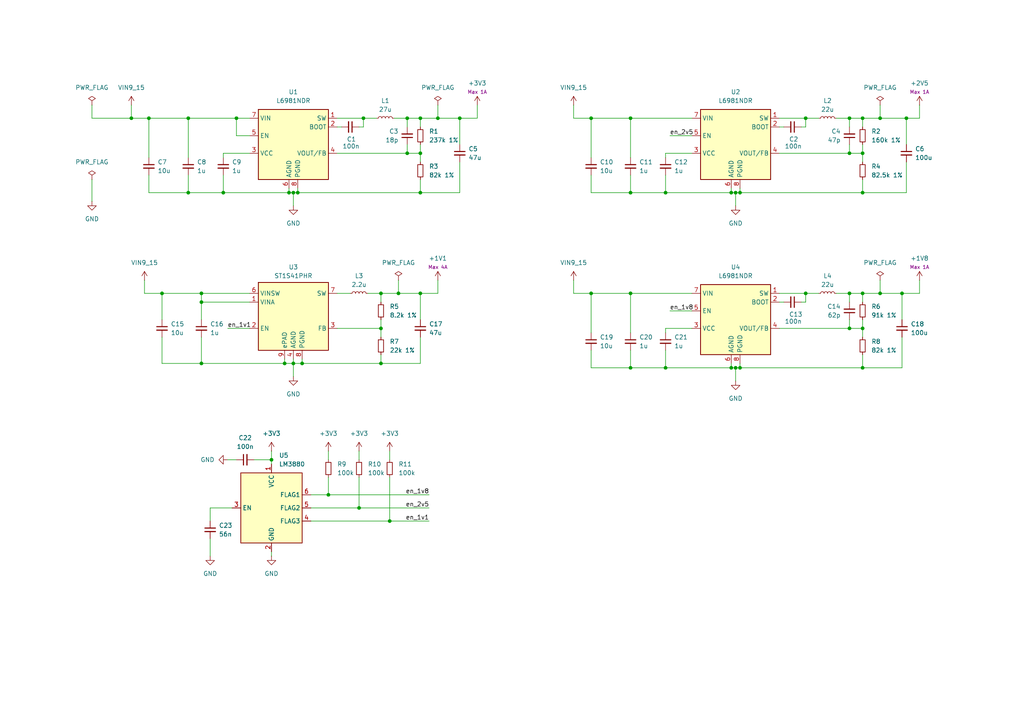
<source format=kicad_sch>
(kicad_sch (version 20250114) (generator "eeschema") (generator_version "9.0")
  (paper "A4")
  (title_block (title "${Project Designation}") (date "2024-06-30") (rev "${Revision}") (comment 1 "${Project Title}") (comment 2 "POWER") (comment 3 "${Part Number}"))
  (lib_symbols
    (symbol "Device:C_Small" (pin_numbers (hide yes)) (pin_names (offset 0.254) (hide yes))
      (property "Reference" "C" (at 0.254 1.778 0))
      (property "Value" "C_Small" (at 0.254 -2.032 0))
      (symbol "C_Small_0_1"
        (polyline (pts (xy -1.524 0.508) (xy 1.524 0.508)) (stroke (width 0.3048)))
        (polyline (pts (xy -1.524 -0.508) (xy 1.524 -0.508)) (stroke (width 0.3302)))
      )
      (symbol "C_Small_1_1"
        (pin passive line (at 0 2.54 270) (length 2.032) (name "~") (number "1"))
        (pin passive line (at 0 -2.54 90) (length 2.032) (name "~") (number "2"))
      )
    )
    (symbol "Device:L_Small" (pin_numbers (hide yes)) (pin_names (offset 0.254) (hide yes))
      (property "Reference" "L" (at 0.762 1.016 0))
      (property "Value" "L_Small" (at 0.762 -1.016 0))
      (symbol "L_Small_0_1"
        (arc (start 0 2.032) (mid 0.5058 1.524) (end 0 1.016))
        (arc (start 0 1.016) (mid 0.5058 0.508) (end 0 0))
        (arc (start 0 0) (mid 0.5058 -0.508) (end 0 -1.016))
        (arc (start 0 -1.016) (mid 0.5058 -1.524) (end 0 -2.032))
      )
      (symbol "L_Small_1_1"
        (pin passive line (at 0 2.54 270) (length 0.508) (name "~") (number "1"))
        (pin passive line (at 0 -2.54 90) (length 0.508) (name "~") (number "2"))
      )
    )
    (symbol "Device:R_Small" (pin_numbers (hide yes)) (pin_names (offset 0.254) (hide yes))
      (property "Reference" "R" (at 0.762 0.508 0))
      (property "Value" "R_Small" (at 0.762 -1.016 0))
      (symbol "R_Small_0_1"
        (rectangle (start -0.762 1.778) (end 0.762 -1.778) (stroke (width 0.2032)))
      )
      (symbol "R_Small_1_1"
        (pin passive line (at 0 2.54 270) (length 0.762) (name "~") (number "1"))
        (pin passive line (at 0 -2.54 90) (length 0.762) (name "~") (number "2"))
      )
    )
    (symbol "ECAP5-BSOM:L6981NDR"
      (property "Reference" "U" (at -10.16 8.89 0))
      (property "Value" "L6981NDR" (at 0.254 8.89 0))
      (symbol "L6981NDR_0_1"
        (rectangle (start -10.16 7.62) (end 10.16 -12.7) (stroke (width 0.254)) (fill (type background)))
      )
      (symbol "L6981NDR_1_1"
        (pin power_in line (at -12.7 5.08 0) (length 2.54) (name "VIN") (number "7"))
        (pin input line (at -12.7 0 0) (length 2.54) (name "EN") (number "5"))
        (pin passive line (at -12.7 -5.08 0) (length 2.54) (name "VCC") (number "3"))
        (pin power_in line (at -1.27 -15.24 90) (length 2.54) (name "AGND") (number "6"))
        (pin power_in line (at 1.27 -15.24 90) (length 2.54) (name "PGND") (number "8"))
        (pin output line (at 12.7 5.08 180) (length 2.54) (name "SW") (number "1"))
        (pin output line (at 12.7 2.54 180) (length 2.54) (name "BOOT") (number "2"))
        (pin input line (at 12.7 -5.08 180) (length 2.54) (name "VOUT/FB") (number "4"))
      )
    )
    (symbol "ECAP5-BSOM:LM3880"
      (property "Reference" "U" (at -8.89 11.43 0))
      (property "Value" "LM3880" (at 1.524 11.43 0))
      (symbol "LM3880_0_1"
        (rectangle (start -8.89 10.16) (end 8.89 -10.16) (stroke (width 0.254)) (fill (type background)))
      )
      (symbol "LM3880_1_1"
        (pin input line (at -11.43 0 0) (length 2.54) (name "EN") (number "3"))
        (pin power_in line (at 0 12.7 270) (length 2.54) (name "VCC") (number "1"))
        (pin power_in line (at 0 -12.7 90) (length 2.54) (name "GND") (number "2"))
        (pin output line (at 11.43 3.81 180) (length 2.54) (name "FLAG1") (number "6"))
        (pin output line (at 11.43 0 180) (length 2.54) (name "FLAG2") (number "5"))
        (pin output line (at 11.43 -3.81 180) (length 2.54) (name "FLAG3") (number "4"))
      )
    )
    (symbol "ECAP5-BSOM:ST1S41PHR"
      (property "Reference" "U" (at -10.16 5.715 0))
      (property "Value" "ST1S41PHR" (at -0.635 5.715 0))
      (symbol "ST1S41PHR_0_1"
        (rectangle (start -10.16 4.445) (end 10.16 -15.24) (stroke (width 0.254)) (fill (type background)))
      )
      (symbol "ST1S41PHR_1_0"
        (pin no_connect line (at 7.62 -17.78 90) (length 2.54) (hide yes) (name "NC") (number "5"))
      )
      (symbol "ST1S41PHR_1_1"
        (pin power_in line (at -12.7 1.27 0) (length 2.54) (name "VINSW") (number "6"))
        (pin power_in line (at -12.7 -1.27 0) (length 2.54) (name "VINA") (number "1"))
        (pin input line (at -12.7 -8.89 0) (length 2.54) (name "EN") (number "2"))
        (pin power_in line (at -2.54 -17.78 90) (length 2.54) (name "ePAD") (number "9"))
        (pin power_in line (at 0 -17.78 90) (length 2.54) (name "AGND") (number "4"))
        (pin power_in line (at 2.54 -17.78 90) (length 2.54) (name "PGND") (number "8"))
        (pin output line (at 12.7 1.27 180) (length 2.54) (name "SW") (number "7"))
        (pin input line (at 12.7 -8.89 180) (length 2.54) (name "FB") (number "3"))
      )
    )
    (symbol "ECAP5-BSOM:VIN9_15" (power) (pin_numbers (hide yes)) (pin_names (offset 0) (hide yes))
      (property "Value" "VIN9_15" (at 0 3.556 0))
      (symbol "VIN9_15_0_1"
        (polyline (pts (xy -0.762 1.27) (xy 0 2.54)))
        (polyline (pts (xy 0 2.54) (xy 0.762 1.27)))
        (polyline (pts (xy 0 0) (xy 0 2.54)))
      )
      (symbol "VIN9_15_1_1"
        (pin power_in line (at 0 0 90) (length 0) (name "~") (number "1"))
      )
    )
    (symbol "power:+1V1" (power) (pin_numbers (hide yes)) (pin_names (offset 0) (hide yes))
      (property "Value" "+1V1" (at 0 3.556 0))
      (symbol "+1V1_0_1"
        (polyline (pts (xy -0.762 1.27) (xy 0 2.54)))
        (polyline (pts (xy 0 2.54) (xy 0.762 1.27)))
        (polyline (pts (xy 0 0) (xy 0 2.54)))
      )
      (symbol "+1V1_1_1"
        (pin power_in line (at 0 0 90) (length 0) (name "~") (number "1"))
      )
    )
    (symbol "power:+1V8" (power) (pin_numbers (hide yes)) (pin_names (offset 0) (hide yes))
      (property "Value" "+1V8" (at 0 3.556 0))
      (symbol "+1V8_0_1"
        (polyline (pts (xy -0.762 1.27) (xy 0 2.54)))
        (polyline (pts (xy 0 2.54) (xy 0.762 1.27)))
        (polyline (pts (xy 0 0) (xy 0 2.54)))
      )
      (symbol "+1V8_1_1"
        (pin power_in line (at 0 0 90) (length 0) (name "~") (number "1"))
      )
    )
    (symbol "power:+2V5" (power) (pin_numbers (hide yes)) (pin_names (offset 0) (hide yes))
      (property "Value" "+2V5" (at 0 3.556 0))
      (symbol "+2V5_0_1"
        (polyline (pts (xy -0.762 1.27) (xy 0 2.54)))
        (polyline (pts (xy 0 2.54) (xy 0.762 1.27)))
        (polyline (pts (xy 0 0) (xy 0 2.54)))
      )
      (symbol "+2V5_1_1"
        (pin power_in line (at 0 0 90) (length 0) (name "~") (number "1"))
      )
    )
    (symbol "power:+3V3" (power) (pin_numbers (hide yes)) (pin_names (offset 0) (hide yes))
      (property "Value" "+3V3" (at 0 3.556 0))
      (symbol "+3V3_0_1"
        (polyline (pts (xy -0.762 1.27) (xy 0 2.54)))
        (polyline (pts (xy 0 2.54) (xy 0.762 1.27)))
        (polyline (pts (xy 0 0) (xy 0 2.54)))
      )
      (symbol "+3V3_1_1"
        (pin power_in line (at 0 0 90) (length 0) (name "~") (number "1"))
      )
    )
    (symbol "power:GND" (power) (pin_numbers (hide yes)) (pin_names (offset 0) (hide yes))
      (property "Value" "GND" (at 0 -3.81 0))
      (symbol "GND_0_1"
        (polyline (pts (xy 0 0) (xy 0 -1.27) (xy 1.27 -1.27) (xy 0 -2.54) (xy -1.27 -1.27) (xy 0 -1.27)))
      )
      (symbol "GND_1_1"
        (pin power_in line (at 0 0 270) (length 0) (name "~") (number "1"))
      )
    )
    (symbol "power:PWR_FLAG" (power) (pin_numbers (hide yes)) (pin_names (offset 0) (hide yes))
      (property "Value" "PWR_FLAG" (at 0 3.81 0))
      (symbol "PWR_FLAG_0_0"
        (pin power_out line (at 0 0 90) (length 0) (name "~") (number "1"))
      )
      (symbol "PWR_FLAG_0_1"
        (polyline (pts (xy 0 0) (xy 0 1.27) (xy -1.016 1.905) (xy 0 2.54) (xy 1.016 1.905) (xy 0 1.27)))
      )
    )
  )
  (junction (at 250.19 106.68))
  (junction (at 121.92 34.29))
  (junction (at 85.09 55.88))
  (junction (at 86.36 55.88))
  (junction (at 255.27 85.09))
  (junction (at 104.14 147.32))
  (junction (at 233.68 34.29))
  (junction (at 182.88 55.88))
  (junction (at 171.45 85.09))
  (junction (at 115.57 85.09))
  (junction (at 213.36 55.88))
  (junction (at 58.42 87.63))
  (junction (at 82.55 105.41))
  (junction (at 213.36 106.68))
  (junction (at 64.77 55.88))
  (junction (at 193.04 106.68))
  (junction (at 38.1 34.29))
  (junction (at 255.27 34.29))
  (junction (at 58.42 105.41))
  (junction (at 95.25 143.51))
  (junction (at 214.63 55.88))
  (junction (at 87.63 105.41))
  (junction (at 54.61 55.88))
  (junction (at 246.38 85.09))
  (junction (at 127 34.29))
  (junction (at 250.19 95.25))
  (junction (at 182.88 85.09))
  (junction (at 78.74 133.35))
  (junction (at 110.49 105.41))
  (junction (at 212.09 106.68))
  (junction (at 250.19 34.29))
  (junction (at 233.68 85.09))
  (junction (at 54.61 34.29))
  (junction (at 246.38 34.29))
  (junction (at 118.11 44.45))
  (junction (at 110.49 95.25))
  (junction (at 182.88 34.29))
  (junction (at 68.58 34.29))
  (junction (at 85.09 105.41))
  (junction (at 46.99 85.09))
  (junction (at 214.63 106.68))
  (junction (at 193.04 55.88))
  (junction (at 121.92 85.09))
  (junction (at 113.03 151.13))
  (junction (at 118.11 34.29))
  (junction (at 133.35 34.29))
  (junction (at 261.62 85.09))
  (junction (at 246.38 95.25))
  (junction (at 83.82 55.88))
  (junction (at 250.19 55.88))
  (junction (at 43.18 34.29))
  (junction (at 250.19 44.45))
  (junction (at 110.49 85.09))
  (junction (at 246.38 44.45))
  (junction (at 212.09 55.88))
  (junction (at 121.92 44.45))
  (junction (at 262.89 34.29))
  (junction (at 250.19 85.09))
  (junction (at 58.42 85.09))
  (junction (at 105.41 34.29))
  (junction (at 171.45 34.29))
  (junction (at 182.88 106.68))
  (junction (at 121.92 55.88))
  (wire (pts (xy 261.62 85.09) (xy 266.7 85.09)))
  (wire (pts (xy 171.45 85.09) (xy 182.88 85.09)))
  (wire (pts (xy 255.27 34.29) (xy 262.89 34.29)))
  (wire (pts (xy 54.61 34.29) (xy 54.61 45.72)))
  (wire (pts (xy 166.37 85.09) (xy 171.45 85.09)))
  (wire (pts (xy 127 34.29) (xy 121.92 34.29)))
  (wire (pts (xy 250.19 44.45) (xy 250.19 46.99)))
  (wire (pts (xy 118.11 44.45) (xy 121.92 44.45)))
  (wire (pts (xy 90.17 147.32) (xy 104.14 147.32)))
  (wire (pts (xy 182.88 50.8) (xy 182.88 55.88)))
  (wire (pts (xy 226.06 36.83) (xy 227.33 36.83)))
  (wire (pts (xy 110.49 92.71) (xy 110.49 95.25)))
  (wire (pts (xy 214.63 106.68) (xy 250.19 106.68)))
  (wire (pts (xy 118.11 41.91) (xy 118.11 44.45)))
  (wire (pts (xy 97.79 34.29) (xy 105.41 34.29)))
  (wire (pts (xy 58.42 97.79) (xy 58.42 105.41)))
  (wire (pts (xy 113.03 151.13) (xy 124.46 151.13)))
  (wire (pts (xy 64.77 55.88) (xy 83.82 55.88)))
  (wire (pts (xy 105.41 36.83) (xy 105.41 34.29)))
  (wire (pts (xy 214.63 106.68) (xy 213.36 106.68)))
  (wire (pts (xy 97.79 85.09) (xy 101.6 85.09)))
  (wire (pts (xy 73.66 133.35) (xy 78.74 133.35)))
  (wire (pts (xy 86.36 55.88) (xy 121.92 55.88)))
  (wire (pts (xy 233.68 36.83) (xy 232.41 36.83)))
  (wire (pts (xy 54.61 55.88) (xy 64.77 55.88)))
  (wire (pts (xy 171.45 50.8) (xy 171.45 55.88)))
  (wire (pts (xy 182.88 34.29) (xy 182.88 45.72)))
  (wire (pts (xy 121.92 41.91) (xy 121.92 44.45)))
  (wire (pts (xy 105.41 34.29) (xy 109.22 34.29)))
  (wire (pts (xy 104.14 147.32) (xy 124.46 147.32)))
  (wire (pts (xy 250.19 92.71) (xy 250.19 95.25)))
  (wire (pts (xy 246.38 95.25) (xy 250.19 95.25)))
  (wire (pts (xy 246.38 34.29) (xy 246.38 36.83)))
  (wire (pts (xy 87.63 104.14) (xy 87.63 105.41)))
  (wire (pts (xy 242.57 85.09) (xy 246.38 85.09)))
  (wire (pts (xy 38.1 30.48) (xy 38.1 34.29)))
  (wire (pts (xy 95.25 143.51) (xy 124.46 143.51)))
  (wire (pts (xy 250.19 55.88) (xy 262.89 55.88)))
  (wire (pts (xy 212.09 54.61) (xy 212.09 55.88)))
  (wire (pts (xy 171.45 45.72) (xy 171.45 34.29)))
  (wire (pts (xy 110.49 85.09) (xy 110.49 87.63)))
  (wire (pts (xy 266.7 34.29) (xy 262.89 34.29)))
  (wire (pts (xy 233.68 87.63) (xy 232.41 87.63)))
  (wire (pts (xy 110.49 105.41) (xy 87.63 105.41)))
  (wire (pts (xy 90.17 143.51) (xy 95.25 143.51)))
  (wire (pts (xy 58.42 105.41) (xy 82.55 105.41)))
  (wire (pts (xy 212.09 106.68) (xy 213.36 106.68)))
  (wire (pts (xy 133.35 55.88) (xy 121.92 55.88)))
  (wire (pts (xy 246.38 44.45) (xy 250.19 44.45)))
  (wire (pts (xy 121.92 52.07) (xy 121.92 55.88)))
  (wire (pts (xy 97.79 95.25) (xy 110.49 95.25)))
  (wire (pts (xy 58.42 87.63) (xy 58.42 92.71)))
  (wire (pts (xy 246.38 92.71) (xy 246.38 95.25)))
  (wire (pts (xy 193.04 95.25) (xy 193.04 96.52)))
  (wire (pts (xy 212.09 55.88) (xy 213.36 55.88)))
  (wire (pts (xy 242.57 34.29) (xy 246.38 34.29)))
  (wire (pts (xy 41.91 81.28) (xy 41.91 85.09)))
  (wire (pts (xy 182.88 55.88) (xy 193.04 55.88)))
  (wire (pts (xy 171.45 34.29) (xy 182.88 34.29)))
  (wire (pts (xy 72.39 85.09) (xy 58.42 85.09)))
  (wire (pts (xy 60.96 151.13) (xy 60.96 147.32)))
  (wire (pts (xy 138.43 34.29) (xy 133.35 34.29)))
  (wire (pts (xy 85.09 105.41) (xy 85.09 109.22)))
  (wire (pts (xy 171.45 96.52) (xy 171.45 85.09)))
  (wire (pts (xy 213.36 55.88) (xy 213.36 59.69)))
  (wire (pts (xy 214.63 55.88) (xy 250.19 55.88)))
  (wire (pts (xy 118.11 34.29) (xy 118.11 36.83)))
  (wire (pts (xy 166.37 81.28) (xy 166.37 85.09)))
  (wire (pts (xy 226.06 95.25) (xy 246.38 95.25)))
  (wire (pts (xy 121.92 34.29) (xy 121.92 36.83)))
  (wire (pts (xy 90.17 151.13) (xy 113.03 151.13)))
  (wire (pts (xy 171.45 55.88) (xy 182.88 55.88)))
  (wire (pts (xy 46.99 85.09) (xy 58.42 85.09)))
  (wire (pts (xy 72.39 39.37) (xy 68.58 39.37)))
  (wire (pts (xy 255.27 85.09) (xy 250.19 85.09)))
  (wire (pts (xy 233.68 34.29) (xy 237.49 34.29)))
  (wire (pts (xy 214.63 54.61) (xy 214.63 55.88)))
  (wire (pts (xy 68.58 34.29) (xy 72.39 34.29)))
  (wire (pts (xy 194.31 90.17) (xy 200.66 90.17)))
  (wire (pts (xy 72.39 44.45) (xy 64.77 44.45)))
  (wire (pts (xy 255.27 34.29) (xy 250.19 34.29)))
  (wire (pts (xy 246.38 85.09) (xy 246.38 87.63)))
  (wire (pts (xy 255.27 81.28) (xy 255.27 85.09)))
  (wire (pts (xy 193.04 55.88) (xy 212.09 55.88)))
  (wire (pts (xy 43.18 45.72) (xy 43.18 34.29)))
  (wire (pts (xy 250.19 41.91) (xy 250.19 44.45)))
  (wire (pts (xy 58.42 85.09) (xy 58.42 87.63)))
  (wire (pts (xy 114.3 34.29) (xy 118.11 34.29)))
  (wire (pts (xy 250.19 52.07) (xy 250.19 55.88)))
  (wire (pts (xy 233.68 87.63) (xy 233.68 85.09)))
  (wire (pts (xy 255.27 30.48) (xy 255.27 34.29)))
  (wire (pts (xy 78.74 130.81) (xy 78.74 133.35)))
  (wire (pts (xy 113.03 130.81) (xy 113.03 133.35)))
  (wire (pts (xy 171.45 106.68) (xy 182.88 106.68)))
  (wire (pts (xy 166.37 30.48) (xy 166.37 34.29)))
  (wire (pts (xy 38.1 34.29) (xy 43.18 34.29)))
  (wire (pts (xy 78.74 160.02) (xy 78.74 161.29)))
  (wire (pts (xy 26.67 30.48) (xy 26.67 34.29)))
  (wire (pts (xy 127 81.28) (xy 127 85.09)))
  (wire (pts (xy 43.18 50.8) (xy 43.18 55.88)))
  (wire (pts (xy 193.04 106.68) (xy 212.09 106.68)))
  (wire (pts (xy 60.96 147.32) (xy 67.31 147.32)))
  (wire (pts (xy 82.55 104.14) (xy 82.55 105.41)))
  (wire (pts (xy 246.38 34.29) (xy 250.19 34.29)))
  (wire (pts (xy 105.41 36.83) (xy 104.14 36.83)))
  (wire (pts (xy 200.66 44.45) (xy 193.04 44.45)))
  (wire (pts (xy 133.35 34.29) (xy 127 34.29)))
  (wire (pts (xy 121.92 97.79) (xy 121.92 105.41)))
  (wire (pts (xy 68.58 39.37) (xy 68.58 34.29)))
  (wire (pts (xy 182.88 106.68) (xy 193.04 106.68)))
  (wire (pts (xy 213.36 106.68) (xy 213.36 110.49)))
  (wire (pts (xy 104.14 130.81) (xy 104.14 133.35)))
  (wire (pts (xy 110.49 102.87) (xy 110.49 105.41)))
  (wire (pts (xy 26.67 52.07) (xy 26.67 58.42)))
  (wire (pts (xy 54.61 50.8) (xy 54.61 55.88)))
  (wire (pts (xy 72.39 87.63) (xy 58.42 87.63)))
  (wire (pts (xy 193.04 101.6) (xy 193.04 106.68)))
  (wire (pts (xy 182.88 101.6) (xy 182.88 106.68)))
  (wire (pts (xy 226.06 85.09) (xy 233.68 85.09)))
  (wire (pts (xy 182.88 34.29) (xy 200.66 34.29)))
  (wire (pts (xy 214.63 55.88) (xy 213.36 55.88)))
  (wire (pts (xy 133.35 41.91) (xy 133.35 34.29)))
  (wire (pts (xy 226.06 44.45) (xy 246.38 44.45)))
  (wire (pts (xy 261.62 85.09) (xy 255.27 85.09)))
  (wire (pts (xy 193.04 44.45) (xy 193.04 45.72)))
  (wire (pts (xy 43.18 55.88) (xy 54.61 55.88)))
  (wire (pts (xy 26.67 34.29) (xy 38.1 34.29)))
  (wire (pts (xy 46.99 97.79) (xy 46.99 105.41)))
  (wire (pts (xy 97.79 44.45) (xy 118.11 44.45)))
  (wire (pts (xy 43.18 34.29) (xy 54.61 34.29)))
  (wire (pts (xy 250.19 95.25) (xy 250.19 97.79)))
  (wire (pts (xy 85.09 104.14) (xy 85.09 105.41)))
  (wire (pts (xy 261.62 106.68) (xy 250.19 106.68)))
  (wire (pts (xy 95.25 143.51) (xy 95.25 138.43)))
  (wire (pts (xy 193.04 50.8) (xy 193.04 55.88)))
  (wire (pts (xy 127 30.48) (xy 127 34.29)))
  (wire (pts (xy 78.74 133.35) (xy 78.74 134.62)))
  (wire (pts (xy 115.57 85.09) (xy 110.49 85.09)))
  (wire (pts (xy 85.09 55.88) (xy 85.09 59.69)))
  (wire (pts (xy 261.62 92.71) (xy 261.62 85.09)))
  (wire (pts (xy 246.38 85.09) (xy 250.19 85.09)))
  (wire (pts (xy 83.82 54.61) (xy 83.82 55.88)))
  (wire (pts (xy 83.82 55.88) (xy 85.09 55.88)))
  (wire (pts (xy 166.37 34.29) (xy 171.45 34.29)))
  (wire (pts (xy 226.06 87.63) (xy 227.33 87.63)))
  (wire (pts (xy 250.19 85.09) (xy 250.19 87.63)))
  (wire (pts (xy 121.92 85.09) (xy 127 85.09)))
  (wire (pts (xy 233.68 85.09) (xy 237.49 85.09)))
  (wire (pts (xy 115.57 81.28) (xy 115.57 85.09)))
  (wire (pts (xy 246.38 41.91) (xy 246.38 44.45)))
  (wire (pts (xy 95.25 130.81) (xy 95.25 133.35)))
  (wire (pts (xy 182.88 85.09) (xy 200.66 85.09)))
  (wire (pts (xy 86.36 55.88) (xy 85.09 55.88)))
  (wire (pts (xy 86.36 54.61) (xy 86.36 55.88)))
  (wire (pts (xy 106.68 85.09) (xy 110.49 85.09)))
  (wire (pts (xy 82.55 105.41) (xy 85.09 105.41)))
  (wire (pts (xy 97.79 36.83) (xy 99.06 36.83)))
  (wire (pts (xy 104.14 147.32) (xy 104.14 138.43)))
  (wire (pts (xy 118.11 34.29) (xy 121.92 34.29)))
  (wire (pts (xy 261.62 97.79) (xy 261.62 106.68)))
  (wire (pts (xy 133.35 46.99) (xy 133.35 55.88)))
  (wire (pts (xy 212.09 105.41) (xy 212.09 106.68)))
  (wire (pts (xy 266.7 30.48) (xy 266.7 34.29)))
  (wire (pts (xy 194.31 39.37) (xy 200.66 39.37)))
  (wire (pts (xy 121.92 44.45) (xy 121.92 46.99)))
  (wire (pts (xy 113.03 151.13) (xy 113.03 138.43)))
  (wire (pts (xy 262.89 41.91) (xy 262.89 34.29)))
  (wire (pts (xy 115.57 85.09) (xy 121.92 85.09)))
  (wire (pts (xy 266.7 81.28) (xy 266.7 85.09)))
  (wire (pts (xy 138.43 30.48) (xy 138.43 34.29)))
  (wire (pts (xy 250.19 34.29) (xy 250.19 36.83)))
  (wire (pts (xy 200.66 95.25) (xy 193.04 95.25)))
  (wire (pts (xy 171.45 101.6) (xy 171.45 106.68)))
  (wire (pts (xy 121.92 92.71) (xy 121.92 85.09)))
  (wire (pts (xy 182.88 85.09) (xy 182.88 96.52)))
  (wire (pts (xy 87.63 105.41) (xy 85.09 105.41)))
  (wire (pts (xy 262.89 46.99) (xy 262.89 55.88)))
  (wire (pts (xy 46.99 105.41) (xy 58.42 105.41)))
  (wire (pts (xy 46.99 92.71) (xy 46.99 85.09)))
  (wire (pts (xy 54.61 34.29) (xy 68.58 34.29)))
  (wire (pts (xy 60.96 156.21) (xy 60.96 161.29)))
  (wire (pts (xy 64.77 44.45) (xy 64.77 45.72)))
  (wire (pts (xy 110.49 95.25) (xy 110.49 97.79)))
  (wire (pts (xy 214.63 105.41) (xy 214.63 106.68)))
  (wire (pts (xy 64.77 50.8) (xy 64.77 55.88)))
  (wire (pts (xy 66.04 95.25) (xy 72.39 95.25)))
  (wire (pts (xy 226.06 34.29) (xy 233.68 34.29)))
  (wire (pts (xy 250.19 102.87) (xy 250.19 106.68)))
  (wire (pts (xy 233.68 36.83) (xy 233.68 34.29)))
  (wire (pts (xy 66.04 133.35) (xy 68.58 133.35)))
  (wire (pts (xy 41.91 85.09) (xy 46.99 85.09)))
  (wire (pts (xy 121.92 105.41) (xy 110.49 105.41)))
  (label "en_1v8" (at 194.31 90.17 0))
  (label "en_1v8" (at 124.46 143.51 180))
  (label "en_2v5" (at 194.31 39.37 0))
  (label "en_1v1" (at 124.46 151.13 180))
  (label "en_1v1" (at 66.04 95.25 0))
  (label "en_2v5" (at 124.46 147.32 180))
  (symbol (lib_id "ECAP5-BSOM:ST1S41PHR") (at 85.09 86.36 0) (unit 1)
    (property "Reference" "U3" (at 85.09 77.47 0))
    (property "Value" "ST1S41PHR" (at 85.09 80.01 0))
    (property "Datasheet" "https://www.st.com/resource/en/datasheet/st1s41.pdf" (effects (hide yes)))
    (property "Description" "4 A step-down switching regulator" (effects (hide yes)))
  )
  (symbol (lib_id "ECAP5-BSOM:L6981NDR") (at 85.09 39.37 0) (unit 1)
    (property "Reference" "U1" (at 85.09 26.67 0))
    (property "Value" "L6981NDR" (at 85.09 29.21 0))
    (property "Footprint" "ECAP5-DPROC:L6981" (effects (hide yes)))
    (property "Datasheet" "https://www.st.com/resource/en/datasheet/l6981.pdf" (effects (hide yes)))
    (property "Description" "38 V, 1.5 A synchronous step-down converter with 20 μA quiescent curre" (effects (hide yes)))
  )
  (symbol (lib_id "Device:C_Small") (at 43.18 48.26 0) (unit 1)
    (property "Reference" "C7" (at 45.72 46.9962 0) (effects (justify left)))
    (property "Value" "10u" (at 45.72 49.5362 0) (effects (justify left)))
    (property "Footprint" "Capacitor_SMD:C_1206_3216Metric" (effects (hide yes)))
    (property "Description" "Unpolarized capacitor, small symbol" (effects (hide yes)))
    (property "Component" "GRM319R61E106KA12D" (effects (hide yes)))
  )
  (symbol (lib_id "power:+1V1") (at 127 81.28 0) (unit 1)
    (property "Reference" "#PWR09" (effects (hide yes)))
    (property "Value" "+1V1" (at 127 74.93 0))
    (property "Description" "Power symbol creates a global label with name \"+1V1\"" (effects (hide yes)))
    (property "Max current" "Max 4A" (at 127 77.47 0) (effects (font (size 1.016 1.016))))
  )
  (symbol (lib_id "Device:R_Small") (at 110.49 90.17 0) (unit 1)
    (property "Reference" "R5" (at 113.03 88.8999 0) (effects (justify left)))
    (property "Value" "8.2k 1%" (at 113.03 91.4399 0) (effects (justify left)))
    (property "Description" "Resistor, small symbol" (effects (hide yes)))
  )
  (symbol (lib_id "Device:C_Small") (at 171.45 99.06 0) (unit 1)
    (property "Reference" "C19" (at 173.99 97.7962 0) (effects (justify left)))
    (property "Value" "10u" (at 173.99 100.3362 0) (effects (justify left)))
    (property "Footprint" "Capacitor_SMD:C_1206_3216Metric" (effects (hide yes)))
    (property "Description" "Unpolarized capacitor, small symbol" (effects (hide yes)))
    (property "Component" "GRM319R61E106KA12D" (effects (hide yes)))
  )
  (symbol (lib_id "power:PWR_FLAG") (at 26.67 52.07 0) (unit 1)
    (property "Reference" "#FLG04" (effects (hide yes)))
    (property "Value" "PWR_FLAG" (at 26.67 46.99 0))
    (property "Description" "Special symbol for telling ERC where power comes from" (effects (hide yes)))
  )
  (symbol (lib_id "Device:C_Small") (at 60.96 153.67 0) (unit 1)
    (property "Reference" "C23" (at 63.5 152.4062 0) (effects (justify left)))
    (property "Value" "56n" (at 63.5 154.9462 0) (effects (justify left)))
    (property "Description" "Unpolarized capacitor, small symbol" (effects (hide yes)))
  )
  (symbol (lib_id "power:PWR_FLAG") (at 255.27 30.48 0) (unit 1)
    (property "Reference" "#FLG03" (effects (hide yes)))
    (property "Value" "PWR_FLAG" (at 255.27 25.4 0))
    (property "Description" "Special symbol for telling ERC where power comes from" (effects (hide yes)))
  )
  (symbol (lib_id "Device:R_Small") (at 250.19 90.17 0) (unit 1)
    (property "Reference" "R6" (at 252.73 88.8999 0) (effects (justify left)))
    (property "Value" "91k 1%" (at 252.73 91.4399 0) (effects (justify left)))
    (property "Description" "Resistor, small symbol" (effects (hide yes)))
  )
  (symbol (lib_id "power:+3V3") (at 95.25 130.81 0) (unit 1)
    (property "Reference" "#PWR015" (effects (hide yes)))
    (property "Value" "+3V3" (at 95.25 125.73 0))
    (property "Description" "Power symbol creates a global label with name \"+3V3\"" (effects (hide yes)))
  )
  (symbol (lib_id "power:+2V5") (at 266.7 30.48 0) (unit 1)
    (property "Reference" "#PWR04" (effects (hide yes)))
    (property "Value" "+2V5" (at 266.7 24.13 0))
    (property "Description" "Power symbol creates a global label with name \"+2V5\"" (effects (hide yes)))
    (property "Max current" "Max 1A" (at 266.7 26.67 0) (effects (font (size 1.016 1.016))))
  )
  (symbol (lib_id "ECAP5-BSOM:L6981NDR") (at 213.36 90.17 0) (unit 1)
    (property "Reference" "U4" (at 213.36 77.47 0))
    (property "Value" "L6981NDR" (at 213.36 80.01 0))
    (property "Footprint" "ECAP5-DPROC:L6981" (effects (hide yes)))
    (property "Datasheet" "https://www.st.com/resource/en/datasheet/l6981.pdf" (effects (hide yes)))
    (property "Description" "38 V, 1.5 A synchronous step-down converter with 20 μA quiescent curre" (effects (hide yes)))
  )
  (symbol (lib_id "Device:R_Small") (at 110.49 100.33 0) (unit 1)
    (property "Reference" "R7" (at 113.03 99.0599 0) (effects (justify left)))
    (property "Value" "22k 1%" (at 113.03 101.5999 0) (effects (justify left)))
    (property "Description" "Resistor, small symbol" (effects (hide yes)))
  )
  (symbol (lib_id "power:PWR_FLAG") (at 255.27 81.28 0) (unit 1)
    (property "Reference" "#FLG06" (effects (hide yes)))
    (property "Value" "PWR_FLAG" (at 255.27 76.2 0))
    (property "Description" "Special symbol for telling ERC where power comes from" (effects (hide yes)))
  )
  (symbol (lib_id "Device:C_Small") (at 171.45 48.26 0) (unit 1)
    (property "Reference" "C10" (at 173.99 46.9962 0) (effects (justify left)))
    (property "Value" "10u" (at 173.99 49.5362 0) (effects (justify left)))
    (property "Footprint" "Capacitor_SMD:C_1206_3216Metric" (effects (hide yes)))
    (property "Description" "Unpolarized capacitor, small symbol" (effects (hide yes)))
    (property "Component" "GRM319R61E106KA12D" (effects (hide yes)))
  )
  (symbol (lib_id "power:+3V3") (at 113.03 130.81 0) (unit 1)
    (property "Reference" "#PWR017" (effects (hide yes)))
    (property "Value" "+3V3" (at 113.03 125.73 0))
    (property "Description" "Power symbol creates a global label with name \"+3V3\"" (effects (hide yes)))
  )
  (symbol (lib_id "power:PWR_FLAG") (at 26.67 30.48 0) (unit 1)
    (property "Reference" "#FLG01" (effects (hide yes)))
    (property "Value" "PWR_FLAG" (at 26.67 25.4 0))
    (property "Description" "Special symbol for telling ERC where power comes from" (effects (hide yes)))
  )
  (symbol (lib_id "Device:C_Small") (at 246.38 90.17 0) (mirror x) (unit 1)
    (property "Reference" "C14" (at 243.84 88.8935 0) (effects (justify right)))
    (property "Value" "62p" (at 243.84 91.4335 0) (effects (justify right)))
    (property "Description" "Unpolarized capacitor, small symbol" (effects (hide yes)))
  )
  (symbol (lib_id "power:+3V3") (at 138.43 30.48 0) (unit 1)
    (property "Reference" "#PWR02" (effects (hide yes)))
    (property "Value" "+3V3" (at 138.43 24.13 0))
    (property "Description" "Power symbol creates a global label with name \"+3V3\"" (effects (hide yes)))
    (property "Max current" "Max 1A" (at 138.43 26.67 0) (effects (font (size 1.016 1.016))))
  )
  (symbol (lib_id "power:PWR_FLAG") (at 127 30.48 0) (unit 1)
    (property "Reference" "#FLG02" (effects (hide yes)))
    (property "Value" "PWR_FLAG" (at 127 25.4 0))
    (property "Description" "Special symbol for telling ERC where power comes from" (effects (hide yes)))
  )
  (symbol (lib_id "power:+3V3") (at 104.14 130.81 0) (unit 1)
    (property "Reference" "#PWR016" (effects (hide yes)))
    (property "Value" "+3V3" (at 104.14 125.73 0))
    (property "Description" "Power symbol creates a global label with name \"+3V3\"" (effects (hide yes)))
  )
  (symbol (lib_id "Device:R_Small") (at 250.19 49.53 0) (unit 1)
    (property "Reference" "R4" (at 252.73 48.2599 0) (effects (justify left)))
    (property "Value" "82.5k 1%" (at 252.73 50.7999 0) (effects (justify left)))
    (property "Description" "Resistor, small symbol" (effects (hide yes)))
  )
  (symbol (lib_id "ECAP5-BSOM:VIN9_15") (at 38.1 30.48 0) (unit 1)
    (property "Reference" "#PWR01" (effects (hide yes)))
    (property "Value" "VIN9_15" (at 38.1 25.4 0))
    (property "Description" "Power symbol creates a global label with name \"VIN9_15\"" (effects (hide yes)))
  )
  (symbol (lib_id "Device:C_Small") (at 193.04 48.26 0) (unit 1)
    (property "Reference" "C12" (at 195.58 46.9962 0) (effects (justify left)))
    (property "Value" "1u" (at 195.58 49.5362 0) (effects (justify left)))
    (property "Description" "Unpolarized capacitor, small symbol" (effects (hide yes)))
  )
  (symbol (lib_id "Device:R_Small") (at 113.03 135.89 0) (unit 1)
    (property "Reference" "R11" (at 115.57 134.6199 0) (effects (justify left)))
    (property "Value" "100k" (at 115.57 137.1599 0) (effects (justify left)))
    (property "Description" "Resistor, small symbol" (effects (hide yes)))
  )
  (symbol (lib_id "power:GND") (at 85.09 59.69 0) (unit 1)
    (property "Reference" "#PWR06" (effects (hide yes)))
    (property "Value" "GND" (at 85.09 64.77 0))
    (property "Description" "Power symbol creates a global label with name \"GND\" , ground" (effects (hide yes)))
  )
  (symbol (lib_id "Device:C_Small") (at 58.42 95.25 0) (unit 1)
    (property "Reference" "C16" (at 60.96 93.9862 0) (effects (justify left)))
    (property "Value" "1u" (at 60.96 96.5262 0) (effects (justify left)))
    (property "Description" "Unpolarized capacitor, small symbol" (effects (hide yes)))
  )
  (symbol (lib_id "power:GND") (at 66.04 133.35 270) (unit 1)
    (property "Reference" "#PWR018" (effects (hide yes)))
    (property "Value" "GND" (at 62.23 133.3499 90) (effects (justify right)))
    (property "Description" "Power symbol creates a global label with name \"GND\" , ground" (effects (hide yes)))
  )
  (symbol (lib_id "Device:C_Small") (at 64.77 48.26 0) (unit 1)
    (property "Reference" "C9" (at 67.31 46.9962 0) (effects (justify left)))
    (property "Value" "1u" (at 67.31 49.5362 0) (effects (justify left)))
    (property "Description" "Unpolarized capacitor, small symbol" (effects (hide yes)))
  )
  (symbol (lib_id "ECAP5-BSOM:L6981NDR") (at 213.36 39.37 0) (unit 1)
    (property "Reference" "U2" (at 213.36 26.67 0))
    (property "Value" "L6981NDR" (at 213.36 29.21 0))
    (property "Footprint" "ECAP5-DPROC:L6981" (effects (hide yes)))
    (property "Datasheet" "https://www.st.com/resource/en/datasheet/l6981.pdf" (effects (hide yes)))
    (property "Description" "38 V, 1.5 A synchronous step-down converter with 20 μA quiescent curre" (effects (hide yes)))
  )
  (symbol (lib_id "Device:C_Small") (at 71.12 133.35 90) (unit 1)
    (property "Reference" "C22" (at 71.1263 127 90))
    (property "Value" "100n" (at 71.1263 129.54 90))
    (property "Description" "Unpolarized capacitor, small symbol" (effects (hide yes)))
  )
  (symbol (lib_id "power:GND") (at 60.96 161.29 0) (unit 1)
    (property "Reference" "#PWR019" (effects (hide yes)))
    (property "Value" "GND" (at 60.96 166.37 0))
    (property "Description" "Power symbol creates a global label with name \"GND\" , ground" (effects (hide yes)))
  )
  (symbol (lib_id "Device:C_Small") (at 182.88 48.26 0) (unit 1)
    (property "Reference" "C11" (at 185.42 46.9962 0) (effects (justify left)))
    (property "Value" "1u" (at 185.42 49.5362 0) (effects (justify left)))
    (property "Description" "Unpolarized capacitor, small symbol" (effects (hide yes)))
  )
  (symbol (lib_id "Device:C_Small") (at 229.87 87.63 270) (unit 1)
    (property "Reference" "C13" (at 228.854 91.186 90) (effects (justify left)))
    (property "Value" "100n" (at 227.584 93.218 90) (effects (justify left)))
    (property "Description" "Unpolarized capacitor, small symbol" (effects (hide yes)))
  )
  (symbol (lib_id "power:GND") (at 85.09 109.22 0) (unit 1)
    (property "Reference" "#PWR012" (effects (hide yes)))
    (property "Value" "GND" (at 85.09 114.3 0))
    (property "Description" "Power symbol creates a global label with name \"GND\" , ground" (effects (hide yes)))
  )
  (symbol (lib_id "power:GND") (at 26.67 58.42 0) (unit 1)
    (property "Reference" "#PWR05" (effects (hide yes)))
    (property "Value" "GND" (at 26.67 63.5 0))
    (property "Description" "Power symbol creates a global label with name \"GND\" , ground" (effects (hide yes)))
  )
  (symbol (lib_id "Device:C_Small") (at 182.88 99.06 0) (unit 1)
    (property "Reference" "C20" (at 185.42 97.7962 0) (effects (justify left)))
    (property "Value" "1u" (at 185.42 100.3362 0) (effects (justify left)))
    (property "Description" "Unpolarized capacitor, small symbol" (effects (hide yes)))
  )
  (symbol (lib_id "power:GND") (at 213.36 59.69 0) (unit 1)
    (property "Reference" "#PWR07" (effects (hide yes)))
    (property "Value" "GND" (at 213.36 64.77 0))
    (property "Description" "Power symbol creates a global label with name \"GND\" , ground" (effects (hide yes)))
  )
  (symbol (lib_id "Device:L_Small") (at 111.76 34.29 90) (unit 1)
    (property "Reference" "L1" (at 111.76 29.21 90))
    (property "Value" "27u" (at 111.76 31.75 90))
    (property "Footprint" "ECAP5-DPROC:744770127" (effects (hide yes)))
    (property "Description" "Inductor, small symbol" (effects (hide yes)))
    (property "Component" "744770127" (effects (hide yes)))
  )
  (symbol (lib_id "ECAP5-BSOM:VIN9_15") (at 166.37 30.48 0) (unit 1)
    (property "Reference" "#PWR03" (effects (hide yes)))
    (property "Value" "VIN9_15" (at 166.37 25.4 0))
    (property "Description" "Power symbol creates a global label with name \"VIN9_15\"" (effects (hide yes)))
  )
  (symbol (lib_id "Device:R_Small") (at 121.92 49.53 0) (unit 1)
    (property "Reference" "R3" (at 124.46 48.2599 0) (effects (justify left)))
    (property "Value" "82k 1%" (at 124.46 50.7999 0) (effects (justify left)))
    (property "Description" "Resistor, small symbol" (effects (hide yes)))
  )
  (symbol (lib_id "ECAP5-BSOM:LM3880") (at 78.74 147.32 0) (unit 1)
    (property "Reference" "U5" (at 80.9341 132.08 0) (effects (justify left)))
    (property "Value" "LM3880" (at 80.9341 134.62 0) (effects (justify left)))
    (property "Datasheet" "https://www.ti.com/lit/ds/symlink/lm3880.pdf" (effects (hide yes)))
    (property "Description" "Three-Rail Simple Power Supply Sequencer" (effects (hide yes)))
  )
  (symbol (lib_id "Device:C_Small") (at 54.61 48.26 0) (unit 1)
    (property "Reference" "C8" (at 57.15 46.9962 0) (effects (justify left)))
    (property "Value" "1u" (at 57.15 49.5362 0) (effects (justify left)))
    (property "Description" "Unpolarized capacitor, small symbol" (effects (hide yes)))
  )
  (symbol (lib_id "Device:L_Small") (at 240.03 34.29 90) (unit 1)
    (property "Reference" "L2" (at 240.03 29.21 90))
    (property "Value" "22u" (at 240.03 31.75 90))
    (property "Description" "Inductor, small symbol" (effects (hide yes)))
    (property "Component" "ETQ-P5M220YFC" (effects (hide yes)))
  )
  (symbol (lib_id "Device:R_Small") (at 104.14 135.89 0) (unit 1)
    (property "Reference" "R10" (at 106.68 134.6199 0) (effects (justify left)))
    (property "Value" "100k" (at 106.68 137.1599 0) (effects (justify left)))
    (property "Description" "Resistor, small symbol" (effects (hide yes)))
  )
  (symbol (lib_id "power:PWR_FLAG") (at 115.57 81.28 0) (unit 1)
    (property "Reference" "#FLG05" (effects (hide yes)))
    (property "Value" "PWR_FLAG" (at 115.57 76.2 0))
    (property "Description" "Special symbol for telling ERC where power comes from" (effects (hide yes)))
  )
  (symbol (lib_id "Device:R_Small") (at 95.25 135.89 0) (unit 1)
    (property "Reference" "R9" (at 97.79 134.6199 0) (effects (justify left)))
    (property "Value" "100k" (at 97.79 137.1599 0) (effects (justify left)))
    (property "Description" "Resistor, small symbol" (effects (hide yes)))
  )
  (symbol (lib_id "Device:C_Small") (at 193.04 99.06 0) (unit 1)
    (property "Reference" "C21" (at 195.58 97.7962 0) (effects (justify left)))
    (property "Value" "1u" (at 195.58 100.3362 0) (effects (justify left)))
    (property "Description" "Unpolarized capacitor, small symbol" (effects (hide yes)))
  )
  (symbol (lib_id "power:GND") (at 213.36 110.49 0) (unit 1)
    (property "Reference" "#PWR013" (effects (hide yes)))
    (property "Value" "GND" (at 213.36 115.57 0))
    (property "Description" "Power symbol creates a global label with name \"GND\" , ground" (effects (hide yes)))
  )
  (symbol (lib_id "Device:C_Small") (at 246.38 39.37 0) (mirror x) (unit 1)
    (property "Reference" "C4" (at 243.84 38.0935 0) (effects (justify right)))
    (property "Value" "47p" (at 243.84 40.6335 0) (effects (justify right)))
    (property "Description" "Unpolarized capacitor, small symbol" (effects (hide yes)))
  )
  (symbol (lib_id "ECAP5-BSOM:VIN9_15") (at 166.37 81.28 0) (unit 1)
    (property "Reference" "#PWR010" (effects (hide yes)))
    (property "Value" "VIN9_15" (at 166.37 76.2 0))
    (property "Description" "Power symbol creates a global label with name \"VIN9_15\"" (effects (hide yes)))
  )
  (symbol (lib_id "Device:R_Small") (at 121.92 39.37 0) (unit 1)
    (property "Reference" "R1" (at 124.46 38.0999 0) (effects (justify left)))
    (property "Value" "237k 1%" (at 124.46 40.6399 0) (effects (justify left)))
    (property "Description" "Resistor, small symbol" (effects (hide yes)))
  )
  (symbol (lib_id "ECAP5-BSOM:VIN9_15") (at 41.91 81.28 0) (unit 1)
    (property "Reference" "#PWR08" (effects (hide yes)))
    (property "Value" "VIN9_15" (at 41.91 76.2 0))
    (property "Description" "Power symbol creates a global label with name \"VIN9_15\"" (effects (hide yes)))
  )
  (symbol (lib_id "Device:L_Small") (at 104.14 85.09 90) (unit 1)
    (property "Reference" "L3" (at 104.14 80.01 90))
    (property "Value" "2.2u" (at 104.14 82.55 90))
    (property "Description" "Inductor, small symbol" (effects (hide yes)))
    (property "Component" "ETQ-P3M2R2KVP" (effects (hide yes)))
  )
  (symbol (lib_id "Device:R_Small") (at 250.19 39.37 0) (unit 1)
    (property "Reference" "R2" (at 252.73 38.0999 0) (effects (justify left)))
    (property "Value" "160k 1%" (at 252.73 40.6399 0) (effects (justify left)))
    (property "Description" "Resistor, small symbol" (effects (hide yes)))
  )
  (symbol (lib_id "Device:C_Small") (at 118.11 39.37 0) (mirror x) (unit 1)
    (property "Reference" "C3" (at 115.57 38.0935 0) (effects (justify right)))
    (property "Value" "18p" (at 115.57 40.6335 0) (effects (justify right)))
    (property "Description" "Unpolarized capacitor, small symbol" (effects (hide yes)))
  )
  (symbol (lib_id "Device:C_Small") (at 261.62 95.25 0) (unit 1)
    (property "Reference" "C18" (at 264.16 93.9862 0) (effects (justify left)))
    (property "Value" "100u" (at 264.16 96.5262 0) (effects (justify left)))
    (property "Footprint" "Capacitor_SMD:C_1210_3225Metric" (effects (hide yes)))
    (property "Description" "Unpolarized capacitor, small symbol" (effects (hide yes)))
    (property "Component" "GRM32ER60J107ME20L" (effects (hide yes)))
  )
  (symbol (lib_id "Device:C_Small") (at 121.92 95.25 0) (unit 1)
    (property "Reference" "C17" (at 124.46 93.9862 0) (effects (justify left)))
    (property "Value" "47u" (at 124.46 96.5262 0) (effects (justify left)))
    (property "Footprint" "Capacitor_SMD:C_1210_3225Metric" (effects (hide yes)))
    (property "Description" "Unpolarized capacitor, small symbol" (effects (hide yes)))
    (property "Component" "12106D476MAT2A" (effects (hide yes)))
  )
  (symbol (lib_id "Device:C_Small") (at 229.87 36.83 270) (unit 1)
    (property "Reference" "C2" (at 228.854 40.386 90) (effects (justify left)))
    (property "Value" "100n" (at 227.584 42.418 90) (effects (justify left)))
    (property "Description" "Unpolarized capacitor, small symbol" (effects (hide yes)))
  )
  (symbol (lib_id "Device:C_Small") (at 262.89 44.45 0) (unit 1)
    (property "Reference" "C6" (at 265.43 43.1862 0) (effects (justify left)))
    (property "Value" "100u" (at 265.43 45.7262 0) (effects (justify left)))
    (property "Footprint" "Capacitor_SMD:C_1210_3225Metric" (effects (hide yes)))
    (property "Description" "Unpolarized capacitor, small symbol" (effects (hide yes)))
    (property "Component" "GRM32ER60J107ME20L" (effects (hide yes)))
  )
  (symbol (lib_id "power:+1V8") (at 266.7 81.28 0) (unit 1)
    (property "Reference" "#PWR011" (effects (hide yes)))
    (property "Value" "+1V8" (at 266.7 74.93 0))
    (property "Description" "Power symbol creates a global label with name \"+1V8\"" (effects (hide yes)))
    (property "Max current" "Max 1A" (at 266.7 77.47 0) (effects (font (size 1.016 1.016))))
  )
  (symbol (lib_id "Device:C_Small") (at 133.35 44.45 0) (unit 1)
    (property "Reference" "C5" (at 135.89 43.1862 0) (effects (justify left)))
    (property "Value" "47u" (at 135.89 45.7262 0) (effects (justify left)))
    (property "Footprint" "Capacitor_SMD:C_1210_3225Metric" (effects (hide yes)))
    (property "Description" "Unpolarized capacitor, small symbol" (effects (hide yes)))
    (property "Component" "12106D476MAT2A" (effects (hide yes)))
  )
  (symbol (lib_id "Device:C_Small") (at 46.99 95.25 0) (unit 1)
    (property "Reference" "C15" (at 49.53 93.9862 0) (effects (justify left)))
    (property "Value" "10u" (at 49.53 96.5262 0) (effects (justify left)))
    (property "Footprint" "Capacitor_SMD:C_1206_3216Metric" (effects (hide yes)))
    (property "Description" "Unpolarized capacitor, small symbol" (effects (hide yes)))
    (property "Component" "GRM319R61E106KA12D" (effects (hide yes)))
  )
  (symbol (lib_id "Device:C_Small") (at 101.6 36.83 270) (unit 1)
    (property "Reference" "C1" (at 100.584 40.386 90) (effects (justify left)))
    (property "Value" "100n" (at 99.314 42.418 90) (effects (justify left)))
    (property "Description" "Unpolarized capacitor, small symbol" (effects (hide yes)))
  )
  (symbol (lib_id "power:GND") (at 78.74 161.29 0) (unit 1)
    (property "Reference" "#PWR020" (effects (hide yes)))
    (property "Value" "GND" (at 78.74 166.37 0))
    (property "Description" "Power symbol creates a global label with name \"GND\" , ground" (effects (hide yes)))
  )
  (symbol (lib_id "power:+3V3") (at 78.74 130.81 0) (unit 1)
    (property "Reference" "#PWR014" (effects (hide yes)))
    (property "Value" "+3V3" (at 78.74 125.73 0))
    (property "Description" "Power symbol creates a global label with name \"+3V3\"" (effects (hide yes)))
  )
  (symbol (lib_id "Device:R_Small") (at 250.19 100.33 0) (unit 1)
    (property "Reference" "R8" (at 252.73 99.0599 0) (effects (justify left)))
    (property "Value" "82k 1%" (at 252.73 101.5999 0) (effects (justify left)))
    (property "Description" "Resistor, small symbol" (effects (hide yes)))
  )
  (symbol (lib_id "Device:L_Small") (at 240.03 85.09 90) (unit 1)
    (property "Reference" "L4" (at 240.03 80.01 90))
    (property "Value" "22u" (at 240.03 82.55 90))
    (property "Description" "Inductor, small symbol" (effects (hide yes)))
    (property "Component" "ETQ-P5M220YFC" (effects (hide yes)))
  )
)
</source>
